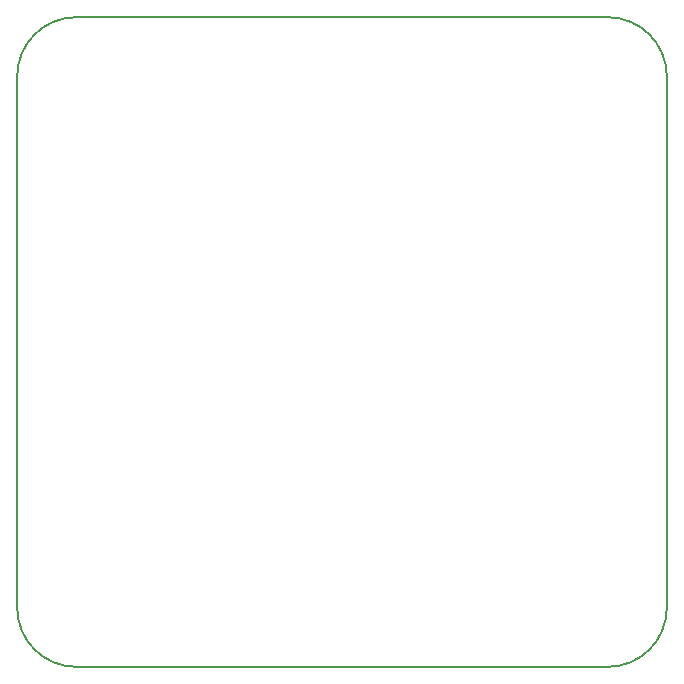
<source format=gbr>
%TF.GenerationSoftware,KiCad,Pcbnew,(5.1.8)-1*%
%TF.CreationDate,2021-01-09T13:57:28-05:00*%
%TF.ProjectId,STM32+USB+BUCK,53544d33-322b-4555-9342-2b4255434b2e,rev?*%
%TF.SameCoordinates,Original*%
%TF.FileFunction,Profile,NP*%
%FSLAX46Y46*%
G04 Gerber Fmt 4.6, Leading zero omitted, Abs format (unit mm)*
G04 Created by KiCad (PCBNEW (5.1.8)-1) date 2021-01-09 13:57:28*
%MOMM*%
%LPD*%
G01*
G04 APERTURE LIST*
%TA.AperFunction,Profile*%
%ADD10C,0.150000*%
%TD*%
G04 APERTURE END LIST*
D10*
X110000000Y-80000000D02*
G75*
G02*
X115000000Y-75000000I5000000J0D01*
G01*
X115000000Y-130000000D02*
G75*
G02*
X110000000Y-125000000I0J5000000D01*
G01*
X165000000Y-125000000D02*
G75*
G02*
X160000000Y-130000000I-5000000J0D01*
G01*
X160000000Y-75000000D02*
G75*
G02*
X165000000Y-80000000I0J-5000000D01*
G01*
X110000000Y-125000000D02*
X110000000Y-80000000D01*
X160000000Y-130000000D02*
X115000000Y-130000000D01*
X165000000Y-80000000D02*
X165000000Y-125000000D01*
X115000000Y-75000000D02*
X160000000Y-75000000D01*
M02*

</source>
